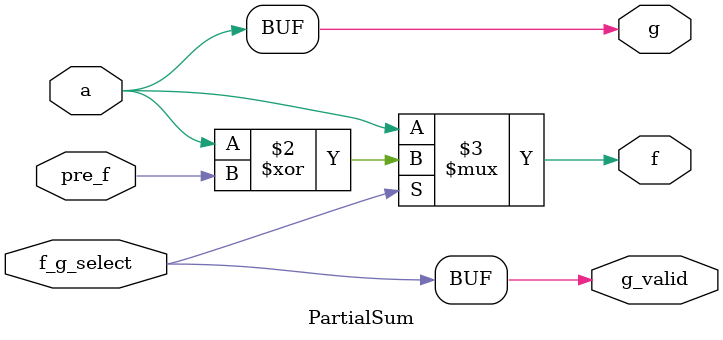
<source format=sv>
`timescale 1ns / 1ps


module PartialSum#(
)(
    input wire pre_f,
    input wire a,
    output reg f,
    output reg g,
    output reg g_valid,
    input f_g_select //0is f ,1s g
    );

assign f= (~f_g_select)?a:(a^pre_f);    
assign g=a;
assign g_valid=f_g_select;

endmodule

</source>
